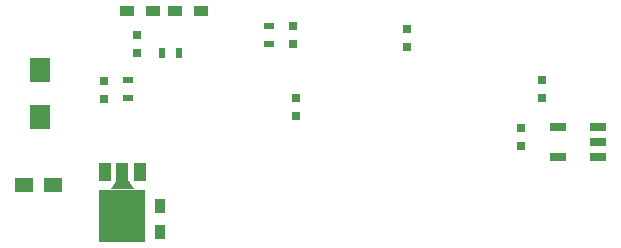
<source format=gbr>
G04 #@! TF.FileFunction,Paste,Top*
%FSLAX46Y46*%
G04 Gerber Fmt 4.6, Leading zero omitted, Abs format (unit mm)*
G04 Created by KiCad (PCBNEW 4.0.6) date Sunday, December 16, 2018 'PMt' 05:25:45 PM*
%MOMM*%
%LPD*%
G01*
G04 APERTURE LIST*
%ADD10C,0.100000*%
%ADD11R,0.797560X0.797560*%
%ADD12R,0.900000X0.500000*%
%ADD13R,1.400000X0.760000*%
%ADD14R,0.750000X0.800000*%
%ADD15R,0.500000X0.900000*%
%ADD16R,3.860000X4.499740*%
%ADD17R,1.000760X1.501140*%
%ADD18R,1.500000X1.250000*%
%ADD19R,1.700000X2.000000*%
%ADD20R,1.200000X0.900000*%
%ADD21R,0.900000X1.200000*%
G04 APERTURE END LIST*
D10*
D11*
X105918000Y-70853300D03*
X105918000Y-69354700D03*
D12*
X103886000Y-70854000D03*
X103886000Y-69354000D03*
X91948000Y-75426000D03*
X91948000Y-73926000D03*
D13*
X128286000Y-77895000D03*
X131711000Y-77895000D03*
X131711000Y-79165000D03*
X128286000Y-80435000D03*
X131711000Y-80435000D03*
D14*
X106172000Y-75450000D03*
X106172000Y-76950000D03*
X115570000Y-71108000D03*
X115570000Y-69608000D03*
X127000000Y-75426000D03*
X127000000Y-73926000D03*
D15*
X94754000Y-71628000D03*
X96254000Y-71628000D03*
D16*
X91440000Y-85415820D03*
D17*
X92941140Y-81714340D03*
X91440000Y-81714340D03*
X89938860Y-81714340D03*
D10*
G36*
X90439240Y-83191350D02*
X90939620Y-82442050D01*
X91940380Y-82442050D01*
X92440760Y-83191350D01*
X90439240Y-83191350D01*
X90439240Y-83191350D01*
G37*
D14*
X125222000Y-79490000D03*
X125222000Y-77990000D03*
X89916000Y-74053000D03*
X89916000Y-75553000D03*
X92710000Y-70116000D03*
X92710000Y-71616000D03*
D18*
X83078000Y-82804000D03*
X85578000Y-82804000D03*
D19*
X84455000Y-73057000D03*
X84455000Y-77057000D03*
D20*
X91864000Y-68072000D03*
X94064000Y-68072000D03*
X98128000Y-68072000D03*
X95928000Y-68072000D03*
D21*
X94615000Y-84625000D03*
X94615000Y-86825000D03*
M02*

</source>
